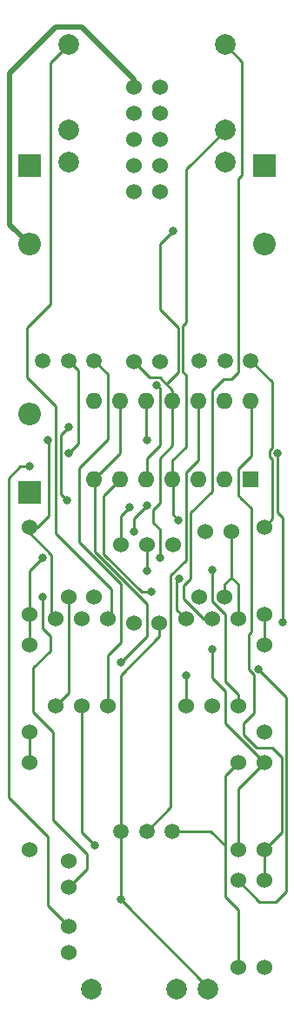
<source format=gbr>
%TF.GenerationSoftware,KiCad,Pcbnew,(6.0.8)*%
%TF.CreationDate,2022-10-19T15:09:31+01:00*%
%TF.ProjectId,kompari,6b6f6d70-6172-4692-9e6b-696361645f70,rev?*%
%TF.SameCoordinates,Original*%
%TF.FileFunction,Copper,L1,Top*%
%TF.FilePolarity,Positive*%
%FSLAX46Y46*%
G04 Gerber Fmt 4.6, Leading zero omitted, Abs format (unit mm)*
G04 Created by KiCad (PCBNEW (6.0.8)) date 2022-10-19 15:09:31*
%MOMM*%
%LPD*%
G01*
G04 APERTURE LIST*
%TA.AperFunction,ComponentPad*%
%ADD10C,1.500000*%
%TD*%
%TA.AperFunction,ComponentPad*%
%ADD11C,2.000000*%
%TD*%
%TA.AperFunction,ComponentPad*%
%ADD12C,1.524000*%
%TD*%
%TA.AperFunction,ComponentPad*%
%ADD13O,2.200000X2.200000*%
%TD*%
%TA.AperFunction,ComponentPad*%
%ADD14R,2.200000X2.200000*%
%TD*%
%TA.AperFunction,ComponentPad*%
%ADD15O,1.600000X1.600000*%
%TD*%
%TA.AperFunction,ComponentPad*%
%ADD16R,1.600000X1.600000*%
%TD*%
%TA.AperFunction,ViaPad*%
%ADD17C,0.800000*%
%TD*%
%TA.AperFunction,Conductor*%
%ADD18C,0.250000*%
%TD*%
%TA.AperFunction,Conductor*%
%ADD19C,0.500000*%
%TD*%
G04 APERTURE END LIST*
D10*
%TO.P,P3,3,3*%
%TO.N,Net-(P3-Pad3)*%
X17740000Y-78620000D03*
%TO.P,P3,2,2*%
%TO.N,Net-(P3-Pad2)*%
X15240000Y-78620000D03*
%TO.P,P3,1,1*%
%TO.N,Earth*%
X12740000Y-78620000D03*
%TD*%
%TO.P,P2,1,1*%
%TO.N,Earth*%
X20360000Y-32900000D03*
%TO.P,P2,2,2*%
%TO.N,Net-(P2-Pad2)*%
X22860000Y-32900000D03*
%TO.P,P2,3,3*%
%TO.N,Net-(P2-Pad3)*%
X25360000Y-32900000D03*
%TD*%
%TO.P,P1,3,3*%
%TO.N,Net-(P1-Pad3)*%
X10120000Y-32900000D03*
%TO.P,P1,2,2*%
%TO.N,Net-(P1-Pad2)*%
X7620000Y-32900000D03*
%TO.P,P1,1,1*%
%TO.N,Earth*%
X5120000Y-32900000D03*
%TD*%
D11*
%TO.P,J1,1,E*%
%TO.N,Earth*%
X7620000Y-13620000D03*
%TO.P,J1,2,TN*%
%TO.N,+12V*%
X7620000Y-10520000D03*
%TO.P,J1,3,T*%
%TO.N,Net-(J1-Pad3)*%
X7620000Y-2220000D03*
%TD*%
D12*
%TO.P,SW1,1,A*%
%TO.N,Net-(D3-Pad2)*%
X17780000Y-50800000D03*
%TO.P,SW1,2,B*%
%TO.N,Net-(R15-Pad1)*%
X15240000Y-50800000D03*
%TO.P,SW1,3,C*%
%TO.N,Net-(D3-Pad1)*%
X12700000Y-50800000D03*
%TD*%
%TO.P,LED3,1,KA*%
%TO.N,Net-(LED3-Pad1)*%
X20340000Y-55880000D03*
%TO.P,LED3,2,AK*%
%TO.N,Earth*%
X22840000Y-55880000D03*
%TD*%
%TO.P,LED1,1,KA*%
%TO.N,Net-(LED1-Pad1)*%
X13990000Y-58420000D03*
%TO.P,LED1,2,AK*%
%TO.N,Earth*%
X16490000Y-58420000D03*
%TD*%
D11*
%TO.P,J2,1,E*%
%TO.N,Earth*%
X22860000Y-13620000D03*
%TO.P,J2,2,TN*%
%TO.N,+12V*%
X22860000Y-10520000D03*
%TO.P,J2,3,T*%
%TO.N,Net-(J2-Pad3)*%
X22860000Y-2220000D03*
%TD*%
D12*
%TO.P,LED2,1,KA*%
%TO.N,Net-(LED2-Pad1)*%
X7620000Y-55880000D03*
%TO.P,LED2,2,AK*%
%TO.N,Earth*%
X10120000Y-55880000D03*
%TD*%
D11*
%TO.P,J4,1,E*%
%TO.N,Earth*%
X21240000Y-93980000D03*
%TO.P,J4,2,TN*%
%TO.N,unconnected-(J4-Pad2)*%
X18140000Y-93980000D03*
%TO.P,J4,3,T*%
%TO.N,Net-(J4-Pad3)*%
X9840000Y-93980000D03*
%TD*%
D12*
%TO.P,C1,1*%
%TO.N,+12V*%
X7620000Y-87884000D03*
%TO.P,C1,2*%
%TO.N,Earth*%
X7620000Y-90384000D03*
%TD*%
%TO.P,R11,1*%
%TO.N,Earth*%
X3810000Y-80450000D03*
%TO.P,R11,2*%
%TO.N,Net-(P1-Pad3)*%
X3810000Y-71950000D03*
%TD*%
%TO.P,R10,1*%
%TO.N,Net-(J2-Pad3)*%
X21590000Y-57980000D03*
%TO.P,R10,2*%
%TO.N,Net-(P2-Pad3)*%
X21590000Y-66480000D03*
%TD*%
%TO.P,R12,1*%
%TO.N,Earth*%
X24130000Y-57980000D03*
%TO.P,R12,2*%
%TO.N,Net-(P2-Pad3)*%
X24130000Y-66480000D03*
%TD*%
%TO.P,C4,1*%
%TO.N,Earth*%
X16510000Y-33020000D03*
%TO.P,C4,2*%
%TO.N,-12V*%
X14010000Y-33020000D03*
%TD*%
%TO.P,R8,1*%
%TO.N,Net-(R6-Pad2)*%
X26670000Y-83380000D03*
%TO.P,R8,2*%
%TO.N,Net-(J4-Pad3)*%
X26670000Y-91880000D03*
%TD*%
%TO.P,C3,1*%
%TO.N,+12V*%
X20975000Y-49530000D03*
%TO.P,C3,2*%
%TO.N,Earth*%
X23475000Y-49530000D03*
%TD*%
%TO.P,R6,1*%
%TO.N,Net-(R5-Pad2)*%
X26670000Y-71950000D03*
%TO.P,R6,2*%
%TO.N,Net-(R6-Pad2)*%
X26670000Y-80450000D03*
%TD*%
D13*
%TO.P,D3,1,A*%
%TO.N,Net-(D3-Pad1)*%
X3810000Y-38100000D03*
D14*
%TO.P,D3,2,K*%
%TO.N,Net-(D3-Pad2)*%
X3810000Y-45720000D03*
%TD*%
D12*
%TO.P,R3,1*%
%TO.N,Net-(R1-Pad2)*%
X3810000Y-57590000D03*
%TO.P,R3,2*%
%TO.N,Net-(R13-Pad2)*%
X3810000Y-49090000D03*
%TD*%
%TO.P,R4,1*%
%TO.N,Net-(R2-Pad2)*%
X26670000Y-60520000D03*
%TO.P,R4,2*%
%TO.N,Net-(R14-Pad2)*%
X26670000Y-69020000D03*
%TD*%
%TO.P,R9,1*%
%TO.N,Net-(J1-Pad3)*%
X11430000Y-57980000D03*
%TO.P,R9,2*%
%TO.N,Net-(P1-Pad3)*%
X11430000Y-66480000D03*
%TD*%
%TO.P,R5,1*%
%TO.N,Net-(P3-Pad3)*%
X24130000Y-71950000D03*
%TO.P,R5,2*%
%TO.N,Net-(R5-Pad2)*%
X24130000Y-80450000D03*
%TD*%
%TO.P,R2,1*%
%TO.N,Net-(P2-Pad3)*%
X26670000Y-49090000D03*
%TO.P,R2,2*%
%TO.N,Net-(R2-Pad2)*%
X26670000Y-57590000D03*
%TD*%
%TO.P,R14,1*%
%TO.N,Net-(LED3-Pad1)*%
X19050000Y-57980000D03*
%TO.P,R14,2*%
%TO.N,Net-(R14-Pad2)*%
X19050000Y-66480000D03*
%TD*%
%TO.P,J3,1,Pin_1*%
%TO.N,Net-(D2-Pad2)*%
X13970000Y-16510000D03*
%TO.P,J3,2,Pin_2*%
X16510000Y-16510000D03*
%TO.P,J3,3,Pin_3*%
%TO.N,Net-(J3-Pad3)*%
X13970000Y-13970000D03*
%TO.P,J3,4,Pin_4*%
X16510000Y-13970000D03*
%TO.P,J3,5,Pin_5*%
%TO.N,Earth*%
X13970000Y-11430000D03*
%TO.P,J3,6,Pin_6*%
X16510000Y-11430000D03*
%TO.P,J3,7,Pin_7*%
%TO.N,Net-(J3-Pad7)*%
X13970000Y-8890000D03*
%TO.P,J3,8,Pin_8*%
X16510000Y-8890000D03*
%TO.P,J3,9,Pin_9*%
%TO.N,Net-(D1-Pad1)*%
X13970000Y-6350000D03*
%TO.P,J3,10,Pin_10*%
X16510000Y-6350000D03*
%TD*%
%TO.P,R1,1*%
%TO.N,Net-(P1-Pad3)*%
X3810000Y-69020000D03*
%TO.P,R1,2*%
%TO.N,Net-(R1-Pad2)*%
X3810000Y-60520000D03*
%TD*%
D13*
%TO.P,D1,1,A*%
%TO.N,Net-(D1-Pad1)*%
X3810000Y-21590000D03*
D14*
%TO.P,D1,2,K*%
%TO.N,+12V*%
X3810000Y-13970000D03*
%TD*%
D12*
%TO.P,C2,1*%
%TO.N,Earth*%
X7620000Y-81534000D03*
%TO.P,C2,2*%
%TO.N,-12V*%
X7620000Y-84034000D03*
%TD*%
%TO.P,R15,1*%
%TO.N,Net-(R15-Pad1)*%
X8890000Y-57980000D03*
%TO.P,R15,2*%
%TO.N,Net-(P3-Pad3)*%
X8890000Y-66480000D03*
%TD*%
D15*
%TO.P,U1,14*%
%TO.N,Net-(R6-Pad2)*%
X25380000Y-36820000D03*
%TO.P,U1,13,-*%
%TO.N,Net-(R5-Pad2)*%
X22840000Y-36820000D03*
%TO.P,U1,12,+*%
%TO.N,Net-(P3-Pad2)*%
X20300000Y-36820000D03*
%TO.P,U1,11,V-*%
%TO.N,-12V*%
X17760000Y-36820000D03*
%TO.P,U1,10,+*%
%TO.N,Net-(R13-Pad2)*%
X15220000Y-36820000D03*
%TO.P,U1,9,-*%
%TO.N,Net-(R14-Pad2)*%
X12680000Y-36820000D03*
%TO.P,U1,8*%
%TO.N,Net-(D3-Pad1)*%
X10140000Y-36820000D03*
%TO.P,U1,7*%
%TO.N,Net-(R14-Pad2)*%
X10140000Y-44440000D03*
%TO.P,U1,6,-*%
%TO.N,Net-(R2-Pad2)*%
X12680000Y-44440000D03*
%TO.P,U1,5,+*%
%TO.N,Net-(P2-Pad2)*%
X15220000Y-44440000D03*
%TO.P,U1,4,V+*%
%TO.N,+12V*%
X17760000Y-44440000D03*
%TO.P,U1,3,+*%
%TO.N,Net-(P1-Pad2)*%
X20300000Y-44440000D03*
%TO.P,U1,2,-*%
%TO.N,Net-(R1-Pad2)*%
X22840000Y-44440000D03*
D16*
%TO.P,U1,1*%
%TO.N,Net-(R13-Pad2)*%
X25380000Y-44440000D03*
%TD*%
D13*
%TO.P,D2,1,A*%
%TO.N,-12V*%
X26670000Y-21590000D03*
D14*
%TO.P,D2,2,K*%
%TO.N,Net-(D2-Pad2)*%
X26670000Y-13970000D03*
%TD*%
D12*
%TO.P,R13,1*%
%TO.N,Net-(LED2-Pad1)*%
X6350000Y-66480000D03*
%TO.P,R13,2*%
%TO.N,Net-(R13-Pad2)*%
X6350000Y-57980000D03*
%TD*%
%TO.P,R7,1*%
%TO.N,Net-(LED1-Pad1)*%
X24130000Y-83380000D03*
%TO.P,R7,2*%
%TO.N,Net-(P3-Pad3)*%
X24130000Y-91880000D03*
%TD*%
D17*
%TO.N,+12V*%
X3810000Y-43180000D03*
X18325500Y-48387000D03*
%TO.N,Earth*%
X12740000Y-85257000D03*
%TO.N,-12V*%
X5080000Y-55880000D03*
X17780000Y-20320000D03*
X16510000Y-52070000D03*
%TO.N,Net-(D3-Pad1)*%
X7493000Y-46482000D03*
X13589000Y-47117000D03*
X7620000Y-39370000D03*
%TO.N,Net-(P1-Pad2)*%
X7620000Y-41910000D03*
%TO.N,Net-(P2-Pad2)*%
X16237603Y-35286897D03*
%TO.N,Net-(R1-Pad2)*%
X13970000Y-49530000D03*
X15240000Y-46990000D03*
X5080000Y-52070000D03*
%TO.N,Net-(R2-Pad2)*%
X15742299Y-55377701D03*
%TO.N,Net-(LED1-Pad1)*%
X26124500Y-62865000D03*
%TO.N,Net-(R13-Pad2)*%
X5625500Y-40640000D03*
X15240000Y-40640000D03*
%TO.N,Net-(R5-Pad2)*%
X27940000Y-41910000D03*
X21590000Y-60960000D03*
X28448000Y-58293000D03*
%TO.N,Net-(R14-Pad2)*%
X12700000Y-62230000D03*
X19050000Y-63500000D03*
%TO.N,Net-(R15-Pad1)*%
X15240000Y-53340000D03*
%TO.N,Net-(LED3-Pad1)*%
X18415000Y-54102000D03*
%TO.N,Net-(P2-Pad3)*%
X21590000Y-53213000D03*
%TO.N,Net-(P3-Pad3)*%
X10160000Y-80010000D03*
%TD*%
D18*
%TO.N,Net-(J1-Pad3)*%
X11811000Y-57599000D02*
X11430000Y-57980000D01*
X6350000Y-49657000D02*
X11811000Y-55118000D01*
X6350000Y-37338000D02*
X6350000Y-49657000D01*
X3556000Y-34544000D02*
X6350000Y-37338000D01*
X5842000Y-27432000D02*
X3556000Y-29718000D01*
X3556000Y-29718000D02*
X3556000Y-34544000D01*
X11811000Y-55118000D02*
X11811000Y-57599000D01*
X5842000Y-3998000D02*
X5842000Y-27432000D01*
X7620000Y-2220000D02*
X5842000Y-3998000D01*
D19*
%TO.N,Net-(D1-Pad1)*%
X1905000Y-19685000D02*
X3810000Y-21590000D01*
X6350000Y-508000D02*
X1905000Y-4953000D01*
X13970000Y-5588000D02*
X8890000Y-508000D01*
X13970000Y-6350000D02*
X13970000Y-5588000D01*
X8890000Y-508000D02*
X6350000Y-508000D01*
X1905000Y-4953000D02*
X1905000Y-19685000D01*
D18*
%TO.N,Earth*%
X22840000Y-54610000D02*
X22840000Y-55880000D01*
X23475000Y-53975000D02*
X22840000Y-54610000D01*
%TO.N,-12V*%
X9398000Y-82256000D02*
X7620000Y-84034000D01*
X9398000Y-80828875D02*
X9398000Y-82256000D01*
X6096000Y-77526875D02*
X9398000Y-80828875D01*
X6096000Y-68961000D02*
X6096000Y-77526875D01*
X5842000Y-61087000D02*
X4191000Y-62738000D01*
X5842000Y-59690000D02*
X5842000Y-61087000D01*
X4191000Y-62738000D02*
X4191000Y-67056000D01*
X4191000Y-67056000D02*
X6096000Y-68961000D01*
X5080000Y-58928000D02*
X5842000Y-59690000D01*
X5080000Y-55880000D02*
X5080000Y-58928000D01*
%TO.N,Net-(R5-Pad2)*%
X27940000Y-47625000D02*
X27940000Y-41910000D01*
X28448000Y-48133000D02*
X27940000Y-47625000D01*
X28448000Y-58293000D02*
X28448000Y-48133000D01*
%TO.N,Net-(P2-Pad3)*%
X27215000Y-42210305D02*
X27215000Y-41609695D01*
X27490000Y-42485305D02*
X27215000Y-42210305D01*
X27432000Y-34972000D02*
X25360000Y-32900000D01*
X27490000Y-48270000D02*
X27490000Y-42485305D01*
X27215000Y-41609695D02*
X27432000Y-41392695D01*
X27432000Y-41392695D02*
X27432000Y-34972000D01*
X26670000Y-49090000D02*
X27490000Y-48270000D01*
%TO.N,+12V*%
X17780000Y-44460000D02*
X17760000Y-44440000D01*
X18325500Y-48387000D02*
X17780000Y-47841500D01*
X17780000Y-47841500D02*
X17780000Y-44460000D01*
%TO.N,Net-(R15-Pad1)*%
X15240000Y-50800000D02*
X15240000Y-53340000D01*
%TO.N,Net-(R6-Pad2)*%
X28379000Y-78741000D02*
X26670000Y-80450000D01*
X28379000Y-71432000D02*
X28379000Y-78741000D01*
X27432000Y-70485000D02*
X28379000Y-71432000D01*
X25909256Y-70485000D02*
X27432000Y-70485000D01*
X24638000Y-69213744D02*
X25909256Y-70485000D01*
X24638000Y-68171625D02*
X24638000Y-69213744D01*
X25654000Y-67155625D02*
X24638000Y-68171625D01*
X25654000Y-63419805D02*
X25654000Y-67155625D01*
X25146000Y-62911805D02*
X25654000Y-63419805D01*
X25146000Y-59540125D02*
X25146000Y-62911805D01*
X25400000Y-59286125D02*
X25146000Y-59540125D01*
X24430305Y-46265000D02*
X25400000Y-47234695D01*
X24130000Y-45974000D02*
X24421000Y-46265000D01*
X25400000Y-47234695D02*
X25400000Y-59286125D01*
X24130000Y-43440000D02*
X24130000Y-45974000D01*
X25400000Y-42170000D02*
X24130000Y-43440000D01*
X25400000Y-36840000D02*
X25400000Y-42170000D01*
X25380000Y-36820000D02*
X25400000Y-36840000D01*
X24421000Y-46265000D02*
X24430305Y-46265000D01*
%TO.N,Net-(J2-Pad3)*%
X20769000Y-57980000D02*
X21590000Y-57980000D01*
X18796000Y-56007000D02*
X20769000Y-57980000D01*
X18796000Y-54767397D02*
X18796000Y-56007000D01*
X19499520Y-54063877D02*
X18796000Y-54767397D01*
X19499520Y-47683480D02*
X19499520Y-54063877D01*
X21590000Y-45593000D02*
X19499520Y-47683480D01*
X24130000Y-34036000D02*
X23495000Y-34671000D01*
X24130000Y-15240000D02*
X24130000Y-34036000D01*
X23495000Y-34671000D02*
X22733000Y-34671000D01*
X24485000Y-14885000D02*
X24130000Y-15240000D01*
X24485000Y-3845000D02*
X24485000Y-14885000D01*
X22860000Y-2220000D02*
X24485000Y-3845000D01*
X22733000Y-34671000D02*
X21590000Y-35814000D01*
X21590000Y-35814000D02*
X21590000Y-45593000D01*
%TO.N,+12V*%
X17760000Y-42565000D02*
X17760000Y-44440000D01*
X18738000Y-33978000D02*
X19050000Y-34290000D01*
X19050000Y-41275000D02*
X17760000Y-42565000D01*
X19085000Y-29184604D02*
X18738000Y-29531604D01*
X18738000Y-29531604D02*
X18738000Y-33978000D01*
X19050000Y-34290000D02*
X19050000Y-41275000D01*
X22860000Y-10541000D02*
X19085000Y-14316000D01*
X22860000Y-10520000D02*
X22860000Y-10541000D01*
X19085000Y-14316000D02*
X19085000Y-29184604D01*
%TO.N,-12V*%
X16510000Y-21590000D02*
X17780000Y-20320000D01*
X18288000Y-29718000D02*
X16510000Y-27940000D01*
X16510000Y-27940000D02*
X16510000Y-21590000D01*
X18288000Y-34036000D02*
X18288000Y-29718000D01*
X17145000Y-35179000D02*
X18288000Y-34036000D01*
%TO.N,Net-(P2-Pad2)*%
X15240000Y-44420000D02*
X15220000Y-44440000D01*
X15240000Y-42359152D02*
X15240000Y-44420000D01*
X16510000Y-35559294D02*
X16510000Y-41089152D01*
X16237603Y-35286897D02*
X16510000Y-35559294D01*
X16510000Y-41089152D02*
X15240000Y-42359152D01*
%TO.N,-12V*%
X16519305Y-34544000D02*
X17760000Y-35784695D01*
X15534000Y-34544000D02*
X16519305Y-34544000D01*
X14010000Y-33020000D02*
X15534000Y-34544000D01*
X17760000Y-35784695D02*
X17760000Y-36820000D01*
%TO.N,+12V*%
X7620000Y-87884000D02*
X5588000Y-85852000D01*
X5588000Y-85852000D02*
X5588000Y-79122396D01*
X1778000Y-44323000D02*
X2921000Y-43180000D01*
X5588000Y-79122396D02*
X1778000Y-75312396D01*
X1778000Y-75312396D02*
X1778000Y-44323000D01*
X2921000Y-43180000D02*
X3810000Y-43180000D01*
%TO.N,Earth*%
X24130000Y-54630000D02*
X24130000Y-57980000D01*
X21240000Y-93980000D02*
X21240000Y-93757000D01*
X12740000Y-85257000D02*
X12740000Y-63460000D01*
X21240000Y-93757000D02*
X12740000Y-85257000D01*
X16490000Y-59710000D02*
X16490000Y-58420000D01*
X12740000Y-63460000D02*
X16490000Y-59710000D01*
X23475000Y-49530000D02*
X23475000Y-53975000D01*
X23475000Y-53975000D02*
X24130000Y-54630000D01*
%TO.N,-12V*%
X16510000Y-42418000D02*
X17760000Y-41168000D01*
X15875000Y-48628440D02*
X15875000Y-47379614D01*
X16510000Y-49263440D02*
X15875000Y-48628440D01*
X16510000Y-46744614D02*
X16510000Y-42418000D01*
X15875000Y-47379614D02*
X16510000Y-46744614D01*
X17760000Y-41168000D02*
X17760000Y-36820000D01*
X16510000Y-52070000D02*
X16510000Y-49263440D01*
%TO.N,Net-(D3-Pad1)*%
X12700000Y-50800000D02*
X12700000Y-48006000D01*
X6895489Y-40094511D02*
X7620000Y-39370000D01*
X12700000Y-48006000D02*
X13589000Y-47117000D01*
X6895489Y-45884489D02*
X6895489Y-40094511D01*
X7493000Y-46482000D02*
X6895489Y-45884489D01*
%TO.N,Net-(P1-Pad2)*%
X7620000Y-41910000D02*
X8565969Y-40964031D01*
X8565969Y-40964031D02*
X8565969Y-33845969D01*
X8565969Y-33845969D02*
X7620000Y-32900000D01*
%TO.N,Net-(P3-Pad2)*%
X17576511Y-76276489D02*
X17576511Y-53746978D01*
X17576511Y-53746978D02*
X19050000Y-52273489D01*
X19050000Y-43785718D02*
X20300000Y-42535718D01*
X20300000Y-42535718D02*
X20300000Y-36820000D01*
X19050000Y-52273489D02*
X19050000Y-43785718D01*
X15240000Y-78620000D02*
X15240000Y-78613000D01*
X15240000Y-78613000D02*
X17576511Y-76276489D01*
%TO.N,Net-(R1-Pad2)*%
X13970000Y-49530000D02*
X13970000Y-48260000D01*
X13970000Y-48260000D02*
X15240000Y-46990000D01*
X3810000Y-57590000D02*
X3810000Y-60520000D01*
X3810000Y-53340000D02*
X5080000Y-52070000D01*
X3810000Y-57590000D02*
X3810000Y-53340000D01*
%TO.N,Net-(R2-Pad2)*%
X14739137Y-55377701D02*
X15742299Y-55377701D01*
X26670000Y-57590000D02*
X26670000Y-60520000D01*
X12680000Y-44440000D02*
X11049000Y-46071000D01*
X11049000Y-51687564D02*
X14739137Y-55377701D01*
X11049000Y-46071000D02*
X11049000Y-51687564D01*
%TO.N,Net-(LED1-Pad1)*%
X26221000Y-85471000D02*
X24130000Y-83380000D01*
X26124500Y-62865000D02*
X28829000Y-65569500D01*
X28829000Y-84455000D02*
X27813000Y-85471000D01*
X28829000Y-65569500D02*
X28829000Y-84455000D01*
X27813000Y-85471000D02*
X26221000Y-85471000D01*
%TO.N,Net-(R13-Pad2)*%
X15240000Y-40640000D02*
X15220000Y-40620000D01*
X5715000Y-48006000D02*
X5715000Y-40729500D01*
X5969000Y-57599000D02*
X5969000Y-51786500D01*
X5715000Y-40729500D02*
X5625500Y-40640000D01*
X3810000Y-49090000D02*
X4631000Y-49090000D01*
X6350000Y-57980000D02*
X5969000Y-57599000D01*
X3810000Y-49627500D02*
X3810000Y-49090000D01*
X5969000Y-51786500D02*
X3810000Y-49627500D01*
X4631000Y-49090000D02*
X5715000Y-48006000D01*
X15220000Y-40620000D02*
X15220000Y-36820000D01*
%TO.N,Net-(R5-Pad2)*%
X22860000Y-64983720D02*
X21590000Y-63713720D01*
X22860000Y-68140000D02*
X22860000Y-64983720D01*
X26670000Y-71950000D02*
X22860000Y-68140000D01*
X24130000Y-74490000D02*
X26670000Y-71950000D01*
X21590000Y-63713720D02*
X21590000Y-60960000D01*
X24130000Y-80450000D02*
X24130000Y-74490000D01*
%TO.N,Net-(R6-Pad2)*%
X26670000Y-83380000D02*
X26670000Y-80450000D01*
%TO.N,Net-(R14-Pad2)*%
X15240000Y-59690000D02*
X12700000Y-62230000D01*
X10140000Y-44440000D02*
X10160000Y-44460000D01*
X12680000Y-41900000D02*
X10140000Y-44440000D01*
X15240000Y-56514282D02*
X15240000Y-59690000D01*
X19050000Y-63500000D02*
X19050000Y-66480000D01*
X12680000Y-36820000D02*
X12680000Y-41900000D01*
X10160000Y-51434282D02*
X15240000Y-56514282D01*
X10160000Y-44460000D02*
X10160000Y-51434282D01*
%TO.N,Net-(LED2-Pad1)*%
X7620000Y-65210000D02*
X7620000Y-55880000D01*
X6350000Y-66480000D02*
X7620000Y-65210000D01*
%TO.N,Net-(LED3-Pad1)*%
X18161000Y-57091000D02*
X19050000Y-57980000D01*
X18161000Y-54356000D02*
X18161000Y-57091000D01*
X18415000Y-54102000D02*
X18161000Y-54356000D01*
%TO.N,Net-(P1-Pad3)*%
X11430000Y-34210000D02*
X11430000Y-40513000D01*
X3810000Y-69020000D02*
X3810000Y-71950000D01*
X12700000Y-60304282D02*
X11430000Y-61574282D01*
X10120000Y-32900000D02*
X11430000Y-34210000D01*
X11430000Y-61574282D02*
X11430000Y-66480000D01*
X11430000Y-40513000D02*
X8636000Y-43307000D01*
X8636000Y-50546000D02*
X12700000Y-54610000D01*
X12700000Y-54610000D02*
X12700000Y-60304282D01*
X8636000Y-43307000D02*
X8636000Y-50546000D01*
%TO.N,Net-(P2-Pad3)*%
X21590000Y-53213000D02*
X21590000Y-56288720D01*
X22860000Y-64037500D02*
X24130000Y-65307500D01*
X22860000Y-57558720D02*
X22860000Y-64037500D01*
X24130000Y-65307500D02*
X24130000Y-66480000D01*
X21590000Y-56288720D02*
X22860000Y-57558720D01*
%TO.N,Net-(P3-Pad3)*%
X17740000Y-78620000D02*
X21470000Y-78620000D01*
X8890000Y-78740000D02*
X10160000Y-80010000D01*
X22860000Y-85010000D02*
X22860000Y-80010000D01*
X22860000Y-80010000D02*
X22860000Y-73220000D01*
X24130000Y-86280000D02*
X22860000Y-85010000D01*
X8890000Y-66480000D02*
X8890000Y-78740000D01*
X24130000Y-91880000D02*
X24130000Y-86280000D01*
X21470000Y-78620000D02*
X22860000Y-80010000D01*
X22860000Y-73220000D02*
X24130000Y-71950000D01*
%TD*%
M02*

</source>
